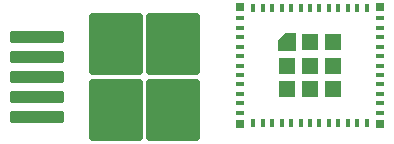
<source format=gbr>
%TF.GenerationSoftware,KiCad,Pcbnew,9.0.1*%
%TF.CreationDate,2025-04-20T22:13:02+08:00*%
%TF.ProjectId,PCB,5043422e-6b69-4636-9164-5f7063625858,rev?*%
%TF.SameCoordinates,Original*%
%TF.FileFunction,Paste,Top*%
%TF.FilePolarity,Positive*%
%FSLAX46Y46*%
G04 Gerber Fmt 4.6, Leading zero omitted, Abs format (unit mm)*
G04 Created by KiCad (PCBNEW 9.0.1) date 2025-04-20 22:13:02*
%MOMM*%
%LPD*%
G01*
G04 APERTURE LIST*
G04 Aperture macros list*
%AMRoundRect*
0 Rectangle with rounded corners*
0 $1 Rounding radius*
0 $2 $3 $4 $5 $6 $7 $8 $9 X,Y pos of 4 corners*
0 Add a 4 corners polygon primitive as box body*
4,1,4,$2,$3,$4,$5,$6,$7,$8,$9,$2,$3,0*
0 Add four circle primitives for the rounded corners*
1,1,$1+$1,$2,$3*
1,1,$1+$1,$4,$5*
1,1,$1+$1,$6,$7*
1,1,$1+$1,$8,$9*
0 Add four rect primitives between the rounded corners*
20,1,$1+$1,$2,$3,$4,$5,0*
20,1,$1+$1,$4,$5,$6,$7,0*
20,1,$1+$1,$6,$7,$8,$9,0*
20,1,$1+$1,$8,$9,$2,$3,0*%
%AMOutline5P*
0 Free polygon, 5 corners , with rotation*
0 The origin of the aperture is its center*
0 number of corners: always 5*
0 $1 to $10 corner X, Y*
0 $11 Rotation angle, in degrees counterclockwise*
0 create outline with 5 corners*
4,1,5,$1,$2,$3,$4,$5,$6,$7,$8,$9,$10,$1,$2,$11*%
%AMOutline6P*
0 Free polygon, 6 corners , with rotation*
0 The origin of the aperture is its center*
0 number of corners: always 6*
0 $1 to $12 corner X, Y*
0 $13 Rotation angle, in degrees counterclockwise*
0 create outline with 6 corners*
4,1,6,$1,$2,$3,$4,$5,$6,$7,$8,$9,$10,$11,$12,$1,$2,$13*%
%AMOutline7P*
0 Free polygon, 7 corners , with rotation*
0 The origin of the aperture is its center*
0 number of corners: always 7*
0 $1 to $14 corner X, Y*
0 $15 Rotation angle, in degrees counterclockwise*
0 create outline with 7 corners*
4,1,7,$1,$2,$3,$4,$5,$6,$7,$8,$9,$10,$11,$12,$13,$14,$1,$2,$15*%
%AMOutline8P*
0 Free polygon, 8 corners , with rotation*
0 The origin of the aperture is its center*
0 number of corners: always 8*
0 $1 to $16 corner X, Y*
0 $17 Rotation angle, in degrees counterclockwise*
0 create outline with 8 corners*
4,1,8,$1,$2,$3,$4,$5,$6,$7,$8,$9,$10,$11,$12,$13,$14,$15,$16,$1,$2,$17*%
G04 Aperture macros list end*
%ADD10R,0.700000X0.700000*%
%ADD11R,1.450000X1.450000*%
%ADD12Outline5P,-0.725000X0.130500X-0.130500X0.725000X0.725000X0.725000X0.725000X-0.725000X-0.725000X-0.725000X0.000000*%
%ADD13R,0.400000X0.800000*%
%ADD14R,0.800000X0.400000*%
%ADD15RoundRect,0.250000X-2.025000X-2.375000X2.025000X-2.375000X2.025000X2.375000X-2.025000X2.375000X0*%
%ADD16RoundRect,0.250000X-2.050000X-0.300000X2.050000X-0.300000X2.050000X0.300000X-2.050000X0.300000X0*%
G04 APERTURE END LIST*
D10*
%TO.C,U2*%
X133650000Y-105150000D03*
X133650000Y-115050000D03*
X145550000Y-115050000D03*
X145550000Y-105150000D03*
D11*
X141575000Y-112075000D03*
X141575000Y-110100000D03*
X141575000Y-108125000D03*
X139600000Y-112075000D03*
X139600000Y-110100000D03*
X139600000Y-108125000D03*
X137625000Y-112075000D03*
X137625000Y-110100000D03*
D12*
X137625000Y-108125000D03*
D13*
X134800000Y-105200000D03*
X135600000Y-105200000D03*
X136400000Y-105200000D03*
X137200000Y-105200000D03*
X138000000Y-105200000D03*
X138800000Y-105200000D03*
X139600000Y-105200000D03*
X140400000Y-105200000D03*
X141200000Y-105200000D03*
X142000000Y-105200000D03*
X142800000Y-105200000D03*
X143600000Y-105200000D03*
X144400000Y-105200000D03*
D14*
X145500000Y-106100000D03*
X145500000Y-106900000D03*
X145500000Y-107700000D03*
X145500000Y-108500000D03*
X145500000Y-109300000D03*
X145500000Y-110100000D03*
X145500000Y-110900000D03*
X145500000Y-111700000D03*
X145500000Y-112500000D03*
X145500000Y-113300000D03*
X145500000Y-114100000D03*
D13*
X144400000Y-115000000D03*
X143600000Y-115000000D03*
X142800000Y-115000000D03*
X142000000Y-115000000D03*
X141200000Y-115000000D03*
X140400000Y-115000000D03*
X139600000Y-115000000D03*
X138800000Y-115000000D03*
X138000000Y-115000000D03*
X137200000Y-115000000D03*
X136400000Y-115000000D03*
X135600000Y-115000000D03*
X134800000Y-115000000D03*
D14*
X133700000Y-114100000D03*
X133700000Y-113300000D03*
X133700000Y-112500000D03*
X133700000Y-111700000D03*
X133700000Y-110900000D03*
X133700000Y-110100000D03*
X133700000Y-109300000D03*
X133700000Y-108500000D03*
X133700000Y-107700000D03*
X133700000Y-106900000D03*
X133700000Y-106100000D03*
%TD*%
D15*
%TO.C,U4*%
X123175000Y-108275000D03*
X123175000Y-113825000D03*
X128025000Y-108275000D03*
X128025000Y-113825000D03*
D16*
X116450000Y-107650000D03*
X116450000Y-109350000D03*
X116450000Y-111050000D03*
X116450000Y-112750000D03*
X116450000Y-114450000D03*
%TD*%
M02*

</source>
